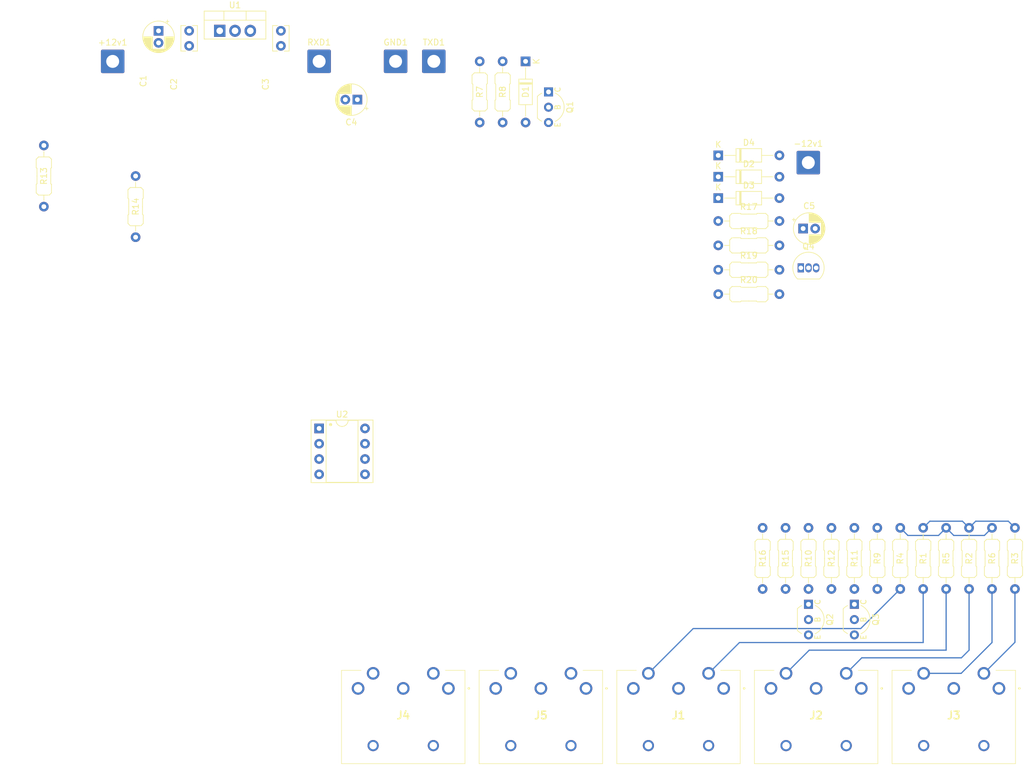
<source format=kicad_pcb>
(kicad_pcb (version 20241229) (generator "pcbnew") (generator_version "9.0")
  (layers (0 "F.Cu" signal) (2 "B.Cu" signal) (13 "F.Paste" user) (15 "B.Paste" user) (5 "F.SilkS" user "F.Silkscreen") (7 "B.SilkS" user "B.Silkscreen") (1 "F.Mask" user) (3 "B.Mask" user) (25 "Edge.Cuts" user))
  (net 0 "")
  (net 1 "Net-(D1-K)")
  (net 4 "Net-(J1-Pad5)")
  (net 5 "Net-(J1-Pad4)")
  (net 6 "Net-(J2-Pad5)")
  (net 7 "Net-(J2-Pad4)")
  (net 11 "Net-(J3-Pad5)")
  (net 12 "Net-(J3-Pad4)")
  (net 16 "Net-(J4-Pad4)")
  (net 19 "Net-(J5-Pad4)")
  (net 21 "Net-(J5-Pad5)")
  (net 22 "Net-(Q1-C)")
  (net 23 "Net-(Q3-C)")
  (net 24 "Net-(Q3-B)")
  (net 25 "Net-(Q4-B)")
  (net 26 "Net-(Q4-C)")
  (net 27 "+5V")
  (net 28 "Net-(-12v1-Pin_1)")
  (net 29 "GND")
  (net 30 "Net-(J4-PadMH1)")
  (net 31 "Net-(+12v1-Pin_1)")
  (net 32 "Net-(D2-A)")
  (net 33 "Net-(D2-K)")
  (net 34 "Net-(U2-C2)")
  (net 35 "Net-(Q2-C)")
  (net 36 "Net-(Q2-B)")
  (net 37 "Net-(Q4-E)")
  (net 38 "Net-(U2-C1)")
  (net 39 "Net-(U2-VO1)")
  (net 40 "Net-(U2-VO2)")
  (footprint "KCDX-5S-N:KCDX5SN" (layer "F.Cu") (at 111.64 127)
    (property "Reference" "J5" (at -7.5 4.475 0) (layer "F.SilkS") (effects (font (size 1.27 1.27) (thickness 0.254))))
    (property "Value" "DIN-5_180degree" (hide yes))
    (pad "1" thru_hole circle (at 0 0) (size 2.1 2.1) (drill 1.4) (layers "*.Cu" "*.Mask"))
    (pad "2" thru_hole circle (at -7.5 0) (size 2.1 2.1) (drill 1.4) (layers "*.Cu" "*.Mask") (net 29 "GND"))
    (pad "3" thru_hole circle (at -15 0) (size 2.1 2.1) (drill 1.4) (layers "*.Cu" "*.Mask"))
    (pad "4" thru_hole circle (at -2.5 -2.5) (size 2.1 2.1) (drill 1.4) (layers "*.Cu" "*.Mask") (net 19 "Net-(J5-Pad4)"))
    (pad "5" thru_hole circle (at -12.5 -2.5) (size 2.1 2.1) (drill 1.4) (layers "*.Cu" "*.Mask") (net 21 "Net-(J5-Pad5)"))
    (pad "MH1" thru_hole circle (at -2.5 9.5) (size 1.86 1.86) (drill 1.24) (layers "*.Cu" "*.Mask") (net 29 "GND"))
    (pad "MH2" thru_hole circle (at -12.5 9.5) (size 1.86 1.86) (drill 1.24) (layers "*.Cu" "*.Mask") (net 29 "GND"))
  )
  (footprint "MountingHole:MountingHole_3.2mm_M3" (layer "F.Cu") (at 106.68 17.78)
    (property "Reference" "H2" (hide yes))
    (property "Value" "MountingHole" (hide yes))
    (pad "" np_thru_hole circle (at 0 0) (size 3.2 3.2) (drill 3.2) (layers "*.Cu" "*.Mask"))
  )
  (footprint "PCM_Resistor_THT_AKL:R_Axial_DIN0207_L6.3mm_D2.5mm_P10.16mm_Horizontal" (layer "F.Cu") (at 133.6 53.42)
    (property "Reference" "R18" (at 5.08 -2.37 0) (layer "F.SilkS"))
    (property "Value" "2k2" (hide yes))
    (pad "1" thru_hole circle (at 0 0) (size 1.6 1.6) (drill 0.8) (layers "*.Cu" "*.Mask") (net 27 "+5V"))
    (pad "2" thru_hole oval (at 10.16 0) (size 1.6 1.6) (drill 0.8) (layers "*.Cu" "*.Mask") (net 25 "Net-(Q4-B)"))
  )
  (footprint "KCDX-5S-N:KCDX5SN" (layer "F.Cu") (at 180.22 127)
    (property "Reference" "J3" (at -7.5 4.475 0) (layer "F.SilkS") (effects (font (size 1.27 1.27) (thickness 0.254))))
    (property "Value" "DIN-5_180degree" (hide yes))
    (pad "1" thru_hole circle (at 0 0) (size 2.1 2.1) (drill 1.4) (layers "*.Cu" "*.Mask"))
    (pad "2" thru_hole circle (at -7.5 0) (size 2.1 2.1) (drill 1.4) (layers "*.Cu" "*.Mask") (net 29 "GND"))
    (pad "3" thru_hole circle (at -15 0) (size 2.1 2.1) (drill 1.4) (layers "*.Cu" "*.Mask"))
    (pad "4" thru_hole circle (at -2.5 -2.5) (size 2.1 2.1) (drill 1.4) (layers "*.Cu" "*.Mask") (net 12 "Net-(J3-Pad4)"))
    (pad "5" thru_hole circle (at -12.5 -2.5) (size 2.1 2.1) (drill 1.4) (layers "*.Cu" "*.Mask") (net 11 "Net-(J3-Pad5)"))
    (pad "MH1" thru_hole circle (at -2.5 9.5) (size 1.86 1.86) (drill 1.24) (layers "*.Cu" "*.Mask") (net 29 "GND"))
    (pad "MH2" thru_hole circle (at -12.5 9.5) (size 1.86 1.86) (drill 1.24) (layers "*.Cu" "*.Mask") (net 29 "GND"))
  )
  (footprint "Diode_THT:D_DO-35_SOD27_P10.16mm_Horizontal" (layer "F.Cu") (at 133.6 45.57)
    (property "Reference" "D3" (at 5.08 -2.12 0) (layer "F.SilkS"))
    (property "Value" "1N4148")
    (fp_text user "K" (at 0 -1.8 0) (layer "F.SilkS"))
    (pad "1" thru_hole rect (at 0 0) (size 1.6 1.6) (drill 0.8) (layers "*.Cu" "*.Mask") (net 28 "Net-(-12v1-Pin_1)"))
    (pad "2" thru_hole oval (at 10.16 0) (size 1.6 1.6) (drill 0.8) (layers "*.Cu" "*.Mask") (net 33 "Net-(D2-K)"))
  )
  (footprint "Diode_THT:D_DO-35_SOD27_P10.16mm_Horizontal" (layer "F.Cu") (at 133.6 38.47)
    (property "Reference" "D4" (at 5.08 -2.12 0) (layer "F.SilkS"))
    (property "Value" "1N4148")
    (fp_text user "K" (at 0 -1.8 0) (layer "F.SilkS"))
    (pad "1" thru_hole rect (at 0 0) (size 1.6 1.6) (drill 0.8) (layers "*.Cu" "*.Mask") (net 29 "GND"))
    (pad "2" thru_hole oval (at 10.16 0) (size 1.6 1.6) (drill 0.8) (layers "*.Cu" "*.Mask") (net 33 "Net-(D2-K)"))
  )
  (footprint "PCM_Resistor_THT_AKL:R_Axial_DIN0207_L6.3mm_D2.5mm_P10.16mm_Horizontal" (layer "F.Cu") (at 163.83 110.49 90)
    (property "Reference" "R4" (at 5.08 0 90) (layer "F.SilkS"))
    (property "Value" "220R" (hide yes))
    (pad "1" thru_hole circle (at 0 0 90) (size 1.6 1.6) (drill 0.8) (layers "*.Cu" "*.Mask") (net 4 "Net-(J1-Pad5)"))
    (pad "2" thru_hole oval (at 10.16 0 90) (size 1.6 1.6) (drill 0.8) (layers "*.Cu" "*.Mask") (net 22 "Net-(Q1-C)"))
  )
  (footprint "Connector_Wire:SolderWire-1.5sqmm_1x01_D1.7mm_OD3.9mm" (layer "F.Cu") (at 33.02 22.86)
    (property "Reference" "+12v1" (at 0 -3.15 0) (layer "F.SilkS"))
    (property "Value" "Conn_01x01")
    (pad "1" thru_hole roundrect (at 0 0) (size 3.9 3.9) (drill 2.15) (layers "*.Cu" "*.Mask") (roundrect_rratio 0.064103) (net 31 "Net-(+12v1-Pin_1)"))
  )
  (footprint "Package_TO_SOT_THT:TO-220-3_Vertical" (layer "F.Cu") (at 50.8 17.78)
    (property "Reference" "U1" (at 2.54 -4.27 0) (layer "F.SilkS"))
    (property "Value" "L7805")
    (pad "1" thru_hole rect (at 0 0) (size 1.905 2) (drill 1.1) (layers "*.Cu" "*.Mask") (net 31 "Net-(+12v1-Pin_1)"))
    (pad "2" thru_hole oval (at 2.54 0) (size 1.905 2) (drill 1.1) (layers "*.Cu" "*.Mask") (net 29 "GND"))
    (pad "3" thru_hole oval (at 5.08 0) (size 1.905 2) (drill 1.1) (layers "*.Cu" "*.Mask") (net 27 "+5V"))
  )
  (footprint "PCM_Package_TO_SOT_THT_AKL:TO-92_Inline_Wide_CBE" (layer "F.Cu") (at 148.59 113.03 -90)
    (property "Reference" "Q2" (at 2.54 -3.56 90) (layer "F.SilkS"))
    (property "Value" "BC547" (hide yes))
    (fp_text user "B" (at 2.54 -1.524 90) (layer "F.SilkS") (effects (font (size 0.9 0.9))))
    (fp_text user "E" (at 5.461 -1.524 90) (layer "F.SilkS") (effects (font (size 0.9 0.9))))
    (fp_text user "C" (at -0.381 -1.524 90) (layer "F.SilkS") (effects (font (size 0.9 0.9))))
    (pad "1" thru_hole rect (at 0 0) (size 1.5 1.5) (drill 0.8) (layers "*.Cu" "*.Mask") (net 35 "Net-(Q2-C)"))
    (pad "2" thru_hole circle (at 2.54 0) (size 1.5 1.5) (drill 0.8) (layers "*.Cu" "*.Mask") (net 36 "Net-(Q2-B)"))
    (pad "3" thru_hole circle (at 5.08 0) (size 1.5 1.5) (drill 0.8) (layers "*.Cu" "*.Mask") (net 29 "GND"))
  )
  (footprint "PCM_Resistor_THT_AKL:R_Axial_DIN0207_L6.3mm_D2.5mm_P10.16mm_Horizontal" (layer "F.Cu") (at 156.21 110.49 90)
    (property "Reference" "R11" (at 5.08 0 90) (layer "F.SilkS"))
    (property "Value" "220R" (hide yes))
    (pad "1" thru_hole circle (at 0 0 90) (size 1.6 1.6) (drill 0.8) (layers "*.Cu" "*.Mask") (net 23 "Net-(Q3-C)"))
    (pad "2" thru_hole oval (at 10.16 0 90) (size 1.6 1.6) (drill 0.8) (layers "*.Cu" "*.Mask") (net 21 "Net-(J5-Pad5)"))
  )
  (footprint "Capacitor_THT:CP_Radial_D5.0mm_P2.00mm" (layer "F.Cu") (at 73.66 29.21 180)
    (property "Reference" "C4" (at 1 -3.75 0) (layer "F.SilkS"))
    (property "Value" "10µ 25v")
    (pad "1" thru_hole rect (at 0 0 180) (size 1.6 1.6) (drill 0.8) (layers "*.Cu" "*.Mask") (net 27 "+5V"))
    (pad "2" thru_hole circle (at 2 0 180) (size 1.6 1.6) (drill 0.8) (layers "*.Cu" "*.Mask") (net 29 "GND"))
  )
  (footprint "PCM_Resistor_THT_AKL:R_Axial_DIN0207_L6.3mm_D2.5mm_P10.16mm_Horizontal" (layer "F.Cu") (at 93.98 33.01 90)
    (property "Reference" "R7" (at 5.08 0 90) (layer "F.SilkS"))
    (property "Value" "5k6" (hide yes))
    (pad "1" thru_hole circle (at 0 0 90) (size 1.6 1.6) (drill 0.8) (layers "*.Cu" "*.Mask") (net 1 "Net-(D1-K)"))
    (pad "2" thru_hole oval (at 10.16 0 90) (size 1.6 1.6) (drill 0.8) (layers "*.Cu" "*.Mask") (net 32 "Net-(D2-A)"))
  )
  (footprint "PCM_Resistor_THT_AKL:R_Axial_DIN0207_L6.3mm_D2.5mm_P10.16mm_Horizontal" (layer "F.Cu") (at 167.64 100.33 -90)
    (property "Reference" "R1" (at 5.08 0 270) (layer "F.SilkS"))
    (property "Value" "220R" (hide yes))
    (pad "1" thru_hole circle (at 0 0 270) (size 1.6 1.6) (drill 0.8) (layers "*.Cu" "*.Mask") (net 27 "+5V"))
    (pad "2" thru_hole oval (at 10.16 0 270) (size 1.6 1.6) (drill 0.8) (layers "*.Cu" "*.Mask") (net 5 "Net-(J1-Pad4)"))
  )
  (footprint "PCM_Resistor_THT_AKL:R_Axial_DIN0207_L6.3mm_D2.5mm_P10.16mm_Horizontal" (layer "F.Cu") (at 179.07 110.49 90)
    (property "Reference" "R6" (at 5.08 0 90) (layer "F.SilkS"))
    (property "Value" "220R" (hide yes))
    (pad "1" thru_hole circle (at 0 0 90) (size 1.6 1.6) (drill 0.8) (layers "*.Cu" "*.Mask") (net 11 "Net-(J3-Pad5)"))
    (pad "2" thru_hole oval (at 10.16 0 90) (size 1.6 1.6) (drill 0.8) (layers "*.Cu" "*.Mask") (net 22 "Net-(Q1-C)"))
  )
  (footprint "Capacitor_THT:C_Rect_L4.0mm_W2.5mm_P2.50mm" (layer "F.Cu") (at 45.72 17.78 -90)
    (property "Reference" "C2" (at 8.89 2.54 90) (layer "F.SilkS"))
    (property "Value" "100nF")
    (pad "1" thru_hole circle (at 0 0 270) (size 1.6 1.6) (drill 0.8) (layers "*.Cu" "*.Mask") (net 31 "Net-(+12v1-Pin_1)"))
    (pad "2" thru_hole circle (at 2.5 0 270) (size 1.6 1.6) (drill 0.8) (layers "*.Cu" "*.Mask") (net 29 "GND"))
  )
  (footprint "PCM_Resistor_THT_AKL:R_Axial_DIN0207_L6.3mm_D2.5mm_P10.16mm_Horizontal" (layer "F.Cu") (at 182.88 100.33 -90)
    (property "Reference" "R3" (at 5.08 0 270) (layer "F.SilkS"))
    (property "Value" "220R" (hide yes))
    (pad "1" thru_hole circle (at 0 0 270) (size 1.6 1.6) (drill 0.8) (layers "*.Cu" "*.Mask") (net 27 "+5V"))
    (pad "2" thru_hole oval (at 10.16 0 270) (size 1.6 1.6) (drill 0.8) (layers "*.Cu" "*.Mask") (net 12 "Net-(J3-Pad4)"))
  )
  (footprint "Capacitor_THT:C_Rect_L4.0mm_W2.5mm_P2.50mm" (layer "F.Cu") (at 60.96 17.78 -90)
    (property "Reference" "C3" (at 8.89 2.54 90) (layer "F.SilkS"))
    (property "Value" "100nF")
    (pad "1" thru_hole circle (at 0 0 270) (size 1.6 1.6) (drill 0.8) (layers "*.Cu" "*.Mask") (net 27 "+5V"))
    (pad "2" thru_hole circle (at 2.5 0 270) (size 1.6 1.6) (drill 0.8) (layers "*.Cu" "*.Mask") (net 29 "GND"))
  )
  (footprint "Diode_THT:D_DO-35_SOD27_P10.16mm_Horizontal" (layer "F.Cu") (at 101.6 22.85 -90)
    (property "Reference" "D1" (at 5.08 0 270) (layer "F.SilkS"))
    (property "Value" "1N4148")
    (fp_text user "K" (at 0 -1.8 270) (layer "F.SilkS"))
    (pad "1" thru_hole rect (at 0 0 270) (size 1.6 1.6) (drill 0.8) (layers "*.Cu" "*.Mask") (net 1 "Net-(D1-K)"))
    (pad "2" thru_hole oval (at 10.16 0 270) (size 1.6 1.6) (drill 0.8) (layers "*.Cu" "*.Mask") (net 29 "GND"))
  )
  (footprint "PCM_Package_TO_SOT_THT_AKL:TO-92_Inline_Wide_CBE" (layer "F.Cu") (at 105.41 27.93 -90)
    (property "Reference" "Q1" (at 2.54 -3.56 90) (layer "F.SilkS"))
    (property "Value" "BC547" (hide yes))
    (fp_text user "B" (at 2.54 -1.524 90) (layer "F.SilkS") (effects (font (size 0.9 0.9))))
    (fp_text user "C" (at -0.381 -1.524 90) (layer "F.SilkS") (effects (font (size 0.9 0.9))))
    (fp_text user "E" (at 5.461 -1.524 90) (layer "F.SilkS") (effects (font (size 0.9 0.9))))
    (pad "1" thru_hole rect (at 0 0) (size 1.5 1.5) (drill 0.8) (layers "*.Cu" "*.Mask") (net 22 "Net-(Q1-C)"))
    (pad "2" thru_hole circle (at 2.54 0) (size 1.5 1.5) (drill 0.8) (layers "*.Cu" "*.Mask") (net 1 "Net-(D1-K)"))
    (pad "3" thru_hole circle (at 5.08 0) (size 1.5 1.5) (drill 0.8) (layers "*.Cu" "*.Mask") (net 29 "GND"))
  )
  (footprint "Connector_Wire:SolderWire-1.5sqmm_1x01_D1.7mm_OD3.9mm" (layer "F.Cu") (at 86.36 22.85)
    (property "Reference" "TXD1" (at 0 -3.15 0) (layer "F.SilkS"))
    (property "Value" "Conn_01x01")
    (pad "1" thru_hole roundrect (at 0 0) (size 3.9 3.9) (drill 2.15) (layers "*.Cu" "*.Mask") (roundrect_rratio 0.064103) (net 32 "Net-(D2-A)"))
  )
  (footprint "PCM_Resistor_THT_AKL:R_Axial_DIN0207_L6.3mm_D2.5mm_P10.16mm_Horizontal" (layer "F.Cu") (at 21.59 36.82 -90)
    (property "Reference" "R13" (at 5.08 0 90) (layer "F.SilkS"))
    (property "Value" "220R" (hide yes))
    (pad "1" thru_hole circle (at 0 0 270) (size 1.6 1.6) (drill 0.8) (layers "*.Cu" "*.Mask") (net 38 "Net-(U2-C1)"))
    (pad "2" thru_hole oval (at 10.16 0 270) (size 1.6 1.6) (drill 0.8) (layers "*.Cu" "*.Mask") (net 16 "Net-(J4-Pad4)"))
  )
  (footprint "Connector_Wire:SolderWire-1.5sqmm_1x01_D1.7mm_OD3.9mm" (layer "F.Cu") (at 80.01 22.85)
    (property "Reference" "GND1" (at 0 -3.15 0) (layer "F.SilkS"))
    (property "Value" "Conn_01x01")
    (pad "1" thru_hole roundrect (at 0 0) (size 3.9 3.9) (drill 2.15) (layers "*.Cu" "*.Mask") (roundrect_rratio 0.064103) (net 29 "GND"))
  )
  (footprint "PCM_Resistor_THT_AKL:R_Axial_DIN0207_L6.3mm_D2.5mm_P10.16mm_Horizontal" (layer "F.Cu") (at 148.59 100.33 -90)
    (property "Reference" "R10" (at 5.08 0 270) (layer "F.SilkS"))
    (property "Value" "3k9" (hide yes))
    (pad "1" thru_hole circle (at 0 0 270) (size 1.6 1.6) (drill 0.8) (layers "*.Cu" "*.Mask") (net 27 "+5V"))
    (pad "2" thru_hole oval (at 10.16 0 270) (size 1.6 1.6) (drill 0.8) (layers "*.Cu" "*.Mask") (net 35 "Net-(Q2-C)"))
  )
  (footprint "MountingHole:MountingHole_3.2mm_M3" (layer "F.Cu") (at 106.68 66.04)
    (property "Reference" "H4" (hide yes))
    (property "Value" "MountingHole" (hide yes))
    (pad "" np_thru_hole circle (at 0 0) (size 3.2 3.2) (drill 3.2) (layers "*.Cu" "*.Mask"))
  )
  (footprint "Connector_Wire:SolderWire-1.5sqmm_1x01_D1.7mm_OD3.9mm" (layer "F.Cu") (at 148.56 39.67)
    (property "Reference" "-12v1" (at 0 -3.15 0) (layer "F.SilkS"))
    (property "Value" "Conn_01x01")
    (pad "1" thru_hole roundrect (at 0 0) (size 3.9 3.9) (drill 2.15) (layers "*.Cu" "*.Mask") (roundrect_rratio 0.064103) (net 28 "Net-(-12v1-Pin_1)"))
  )
  (footprint "Capacitor_THT:CP_Radial_D5.0mm_P2.00mm" (layer "F.Cu") (at 147.699775 50.62)
    (property "Reference" "C5" (at 1 -3.75 0) (layer "F.SilkS"))
    (property "Value" "10µ 25v")
    (pad "1" thru_hole rect (at 0 0) (size 1.6 1.6) (drill 0.8) (layers "*.Cu" "*.Mask") (net 29 "GND"))
    (pad "2" thru_hole circle (at 2 0) (size 1.6 1.6) (drill 0.8) (layers "*.Cu" "*.Mask") (net 33 "Net-(D2-K)"))
  )
  (footprint "PCM_Resistor_THT_AKL:R_Axial_DIN0207_L6.3mm_D2.5mm_P10.16mm_Horizontal" (layer "F.Cu") (at 152.4 100.33 -90)
    (property "Reference" "R12" (at 5.08 0 90) (layer "F.SilkS"))
    (property "Value" "4k7" (hide yes))
    (pad "1" thru_hole circle (at 0 0 270) (size 1.6 1.6) (drill 0.8) (layers "*.Cu" "*.Mask") (net 35 "Net-(Q2-C)"))
    (pad "2" thru_hole oval (at 10.16 0 270) (size 1.6 1.6) (drill 0.8) (layers "*.Cu" "*.Mask") (net 24 "Net-(Q3-B)"))
  )
  (footprint "PCM_Resistor_THT_AKL:R_Axial_DIN0207_L6.3mm_D2.5mm_P10.16mm_Horizontal" (layer "F.Cu") (at 97.79 22.85 -90)
    (property "Reference" "R8" (at 5.08 0 270) (layer "F.SilkS"))
    (property "Value" "1k8" (hide yes))
    (pad "1" thru_hole circle (at 0 0 270) (size 1.6 1.6) (drill 0.8) (layers "*.Cu" "*.Mask") (net 1 "Net-(D1-K)"))
    (pad "2" thru_hole oval (at 10.16 0 270) (size 1.6 1.6) (drill 0.8) (layers "*.Cu" "*.Mask") (net 29 "GND"))
  )
  (footprint "PCM_Resistor_THT_AKL:R_Axial_DIN0207_L6.3mm_D2.5mm_P10.16mm_Horizontal" (layer "F.Cu") (at 171.45 110.49 90)
    (property "Reference" "R5" (at 5.08 0 90) (layer "F.SilkS"))
    (property "Value" "220R" (hide yes))
    (pad "1" thru_hole circle (at 0 0 90) (size 1.6 1.6) (drill 0.8) (layers "*.Cu" "*.Mask") (net 6 "Net-(J2-Pad5)"))
    (pad "2" thru_hole oval (at 10.16 0 90) (size 1.6 1.6) (drill 0.8) (layers "*.Cu" "*.Mask") (net 22 "Net-(Q1-C)"))
  )
  (footprint "PCM_Resistor_THT_AKL:R_Axial_DIN0207_L6.3mm_D2.5mm_P10.16mm_Horizontal" (layer "F.Cu") (at 133.6 49.37)
    (property "Reference" "R17" (at 5.08 -2.37 0) (layer "F.SilkS"))
    (property "Value" "82R" (hide yes))
    (pad "1" thru_hole circle (at 0 0) (size 1.6 1.6) (drill 0.8) (layers "*.Cu" "*.Mask") (net 27 "+5V"))
    (pad "2" thru_hole oval (at 10.16 0) (size 1.6 1.6) (drill 0.8) (layers "*.Cu" "*.Mask") (net 37 "Net-(Q4-E)"))
  )
  (footprint "Package_TO_SOT_THT:TO-92_Inline" (layer "F.Cu") (at 147.32 57.15)
    (property "Reference" "Q4" (at 1.27 -3.56 0) (layer "F.SilkS"))
    (property "Value" "BC557")
    (pad "1" thru_hole rect (at 0 0) (size 1.05 1.5) (drill 0.75) (layers "*.Cu" "*.Mask") (net 26 "Net-(Q4-C)"))
    (pad "2" thru_hole oval (at 1.27 0) (size 1.05 1.5) (drill 0.75) (layers "*.Cu" "*.Mask") (net 25 "Net-(Q4-B)"))
    (pad "3" thru_hole oval (at 2.54 0) (size 1.05 1.5) (drill 0.75) (layers "*.Cu" "*.Mask") (net 37 "Net-(Q4-E)"))
  )
  (footprint "PCM_Resistor_THT_AKL:R_Axial_DIN0207_L6.3mm_D2.5mm_P10.16mm_Horizontal" (layer "F.Cu") (at 175.26 100.33 -90)
    (property "Reference" "R2" (at 5.08 0 90) (layer "F.SilkS"))
    (property "Value" "220R" (hide yes))
    (pad "1" thru_hole circle (at 0 0 270) (size 1.6 1.6) (drill 0.8) (layers "*.Cu" "*.Mask") (net 27 "+5V"))
    (pad "2" thru_hole oval (at 10.16 0 270) (size 1.6 1.6) (drill 0.8) (layers "*.Cu" "*.Mask") (net 7 "Net-(J2-Pad4)"))
  )
  (footprint "Connector_Wire:SolderWire-1.5sqmm_1x01_D1.7mm_OD3.9mm" (layer "F.Cu") (at 67.31 22.85)
    (property "Reference" "RXD1" (at 0 -3.15 0) (layer "F.SilkS"))
    (property "Value" "Conn_01x01")
    (pad "1" thru_hole roundrect (at 0 0) (size 3.9 3.9) (drill 2.15) (layers "*.Cu" "*.Mask") (roundrect_rratio 0.064103) (net 26 "Net-(Q4-C)"))
  )
  (footprint "KCDX-5S-N:KCDX5SN" (layer "F.Cu") (at 88.78 127)
    (property "Reference" "J4" (at -7.5 4.475 0) (layer "F.SilkS") (effects (font (size 1.27 1.27) (thickness 0.254))))
    (property "Value" "DIN-5_180degree" (hide yes))
    (pad "1" thru_hole circle (at 0 0) (size 2.1 2.1) (drill 1.4) (layers "*.Cu" "*.Mask"))
    (pad "2" thru_hole circle (at -7.5 0) (size 2.1 2.1) (drill 1.4) (layers "*.Cu" "*.Mask"))
    (pad "3" thru_hole circle (at -15 0) (size 2.1 2.1) (drill 1.4) (layers "*.Cu" "*.Mask"))
    (pad "4" thru_hole circle (at -2.5 -2.5) (size 2.1 2.1) (drill 1.4) (layers "*.Cu" "*.Mask") (net 16 "Net-(J4-Pad4)"))
    (pad "5" thru_hole circle (at -12.5 -2.5) (size 2.1 2.1) (drill 1.4) (layers "*.Cu" "*.Mask") (net 34 "Net-(U2-C2)"))
    (pad "MH1" thru_hole circle (at -2.5 9.5) (size 1.86 1.86) (drill 1.24) (layers "*.Cu" "*.Mask") (net 30 "Net-(J4-PadMH1)"))
    (pad "MH2" thru_hole circle (at -12.5 9.5) (size 1.86 1.86) (drill 1.24) (layers "*.Cu" "*.Mask") (net 30 "Net-(J4-PadMH1)"))
  )
  (footprint "PCM_Resistor_THT_AKL:R_Axial_DIN0207_L6.3mm_D2.5mm_P10.16mm_Horizontal" (layer "F.Cu") (at 140.97 110.49 90)
    (property "Reference" "R16" (at 5.08 0 90) (layer "F.SilkS"))
    (property "Value" "3k9" (hide yes))
    (pad "1" thru_hole circle (at 0 0 90) (size 1.6 1.6) (drill 0.8) (layers "*.Cu" "*.Mask") (net 36 "Net-(Q2-B)"))
    (pad "2" thru_hole oval (at 10.16 0 90) (size 1.6 1.6) (drill 0.8) (layers "*.Cu" "*.Mask") (net 29 "GND"))
  )
  (footprint "Diode_THT:D_DO-35_SOD27_P10.16mm_Horizontal" (layer "F.Cu") (at 133.6 42.02)
    (property "Reference" "D2" (at 5.08 -2.12 0) (layer "F.SilkS"))
    (property "Value" "1N4148")
    (fp_text user "K" (at 0 -1.8 0) (layer "F.SilkS"))
    (pad "1" thru_hole rect (at 0 0) (size 1.6 1.6) (drill 0.8) (layers "*.Cu" "*.Mask") (net 33 "Net-(D2-K)"))
    (pad "2" thru_hole oval (at 10.16 0) (size 1.6 1.6) (drill 0.8) (layers "*.Cu" "*.Mask") (net 32 "Net-(D2-A)"))
  )
  (footprint "PCM_Resistor_THT_AKL:R_Axial_DIN0207_L6.3mm_D2.5mm_P10.16mm_Horizontal" (layer "F.Cu") (at 133.6 61.52)
    (property "Reference" "R20" (at 5.08 -2.37 0) (layer "F.SilkS"))
    (property "Value" "1k8" (hide yes))
    (pad "1" thru_hole circle (at 0 0) (size 1.6 1.6) (drill 0.8) (layers "*.Cu" "*.Mask") (net 26 "Net-(Q4-C)"))
    (pad "2" thru_hole oval (at 10.16 0) (size 1.6 1.6) (drill 0.8) (layers "*.Cu" "*.Mask") (net 33 "Net-(D2-K)"))
  )
  (footprint "PCM_Package_TO_SOT_THT_AKL:TO-92_Inline_Wide_CBE" (layer "F.Cu") (at 156.21 113.03 -90)
    (property "Reference" "Q3" (at 2.54 -3.56 90) (layer "F.SilkS"))
    (property "Value" "BC547" (hide yes))
    (fp_text user "C" (at -0.381 -1.524 90) (layer "F.SilkS") (effects (font (size 0.9 0.9))))
    (fp_text user "E" (at 5.461 -1.524 90) (layer "F.SilkS") (effects (font (size 0.9 0.9))))
    (fp_text user "B" (at 2.54 -1.524 90) (layer "F.SilkS") (effects (font (size 0.9 0.9))))
    (pad "1" thru_hole rect (at 0 0) (size 1.5 1.5) (drill 0.8) (layers "*.Cu" "*.Mask") (net 23 "Net-(Q3-C)"))
    (pad "2" thru_hole circle (at 2.54 0) (size 1.5 1.5) (drill 0.8) (layers "*.Cu" "*.Mask") (net 24 "Net-(Q3-B)"))
    (pad "3" thru_hole circle (at 5.08 0) (size 1.5 1.5) (drill 0.8) (layers "*.Cu" "*.Mask") (net 29 "GND"))
  )
  (footprint "KCDX-5S-N:KCDX5SN" (layer "F.Cu") (at 134.5 127)
    (property "Reference" "J1" (at -7.5 4.475 0) (layer "F.SilkS") (effects (font (size 1.27 1.27) (thickness 0.254))))
    (property "Value" "DIN-5_180degree" (hide yes))
    (pad "1" thru_hole circle (at 0 0) (size 2.1 2.1) (drill 1.4) (layers "*.Cu" "*.Mask"))
    (pad "2" thru_hole circle (at -7.5 0) (size 2.1 2.1) (drill 1.4) (layers "*.Cu" "*.Mask") (net 29 "GND"))
    (pad "3" thru_hole circle (at -15 0) (size 2.1 2.1) (drill 1.4) (layers "*.Cu" "*.Mask"))
    (pad "4" thru_hole circle (at -2.5 -2.5) (size 2.1 2.1) (drill 1.4) (layers "*.Cu" "*.Mask") (net 5 "Net-(J1-Pad4)"))
    (pad "5" thru_hole circle (at -12.5 -2.5) (size 2.1 2.1) (drill 1.4) (layers "*.Cu" "*.Mask") (net 4 "Net-(J1-Pad5)"))
    (pad "MH1" thru_hole circle (at -2.5 9.5) (size 1.86 1.86) (drill 1.24) (layers "*.Cu" "*.Mask") (net 29 "GND"))
    (pad "MH2" thru_hole circle (at -12.5 9.5) (size 1.86 1.86) (drill 1.24) (layers "*.Cu" "*.Mask") (net 29 "GND"))
  )
  (footprint "PCM_Resistor_THT_AKL:R_Axial_DIN0207_L6.3mm_D2.5mm_P10.16mm_Horizontal" (layer "F.Cu") (at 160.02 100.33 -90)
    (property "Reference" "R9" (at 5.08 0 270) (layer "F.SilkS"))
    (property "Value" "220R" (hide yes))
    (pad "1" thru_hole circle (at 0 0 270) (size 1.6 1.6) (drill 0.8) (layers "*.Cu" "*.Mask") (net 27 "+5V"))
    (pad "2" thru_hole oval (at 10.16 0 270) (size 1.6 1.6) (drill 0.8) (layers "*.Cu" "*.Mask") (net 19 "Net-(J5-Pad4)"))
  )
  (footprint "Capacitor_THT:CP_Radial_D5.0mm_P2.00mm" (layer "F.Cu") (at 40.64 17.78 -90)
    (property "Reference" "C1" (at 8.35 2.54 90) (layer "F.SilkS"))
    (property "Value" "10µ 25v")
    (pad "1" thru_hole rect (at 0 0 270) (size 1.6 1.6) (drill 0.8) (layers "*.Cu" "*.Mask") (net 31 "Net-(+12v1-Pin_1)"))
    (pad "2" thru_hole circle (at 2 0 270) (size 1.6 1.6) (drill 0.8) (layers "*.Cu" "*.Mask") (net 29 "GND"))
  )
  (footprint "MountingHole:MountingHole_3.2mm_M3" (layer "F.Cu") (at 17.78 17.78)
    (property "Reference" "H1" (hide yes))
    (property "Value" "MountingHole" (hide yes))
    (pad "" np_thru_hole circle (at 0 0) (size 3.2 3.2) (drill 3.2) (layers "*.Cu" "*.Mask"))
  )
  (footprint "PCM_Package_DIP_AKL:DIP-8_W7.62mm_Socket" (layer "F.Cu") (at 67.31 83.82)
    (property "Reference" "U2" (at 3.81 -2.33 0) (layer "F.SilkS"))
    (property "Value" "6N138" (hide yes))
    (pad "1" thru_hole rect (at 0 0) (size 1.6 1.6) (drill 0.8) (layers "*.Cu" "*.Mask"))
    (pad "2" thru_hole oval (at 0 2.54) (size 1.6 1.6) (drill 0.8) (layers "*.Cu" "*.Mask") (net 38 "Net-(U2-C1)"))
    (pad "3" thru_hole oval (at 0 5.08) (size 1.6 1.6) (drill 0.8) (layers "*.Cu" "*.Mask") (net 34 "Net-(U2-C2)"))
    (pad "4" thru_hole oval (at 0 7.62) (size 1.6 1.6) (drill 0.8) (layers "*.Cu" "*.Mask"))
    (pad "5" thru_hole oval (at 7.62 7.62) (size 1.6 1.6) (drill 0.8) (layers "*.Cu" "*.Mask") (net 29 "GND"))
    (pad "6" thru_hole oval (at 7.62 5.08) (size 1.6 1.6) (drill 0.8) (layers "*.Cu" "*.Mask") (net 40 "Net-(U2-VO2)"))
    (pad "7" thru_hole oval (at 7.62 2.54) (size 1.6 1.6) (drill 0.8) (layers "*.Cu" "*.Mask") (net 39 "Net-(U2-VO1)"))
    (pad "8" thru_hole oval (at 7.62 0) (size 1.6 1.6) (drill 0.8) (layers "*.Cu" "*.Mask") (net 27 "+5V"))
  )
  (footprint "PCM_Resistor_THT_AKL:R_Axial_DIN0207_L6.3mm_D2.5mm_P10.16mm_Horizontal" (layer "F.Cu") (at 144.78 110.49 90)
    (property "Reference" "R15" (at 5.08 0 90) (layer "F.SilkS"))
    (property "Value" "12k" (hide yes))
    (pad "1" thru_hole circle (at 0 0 90) (size 1.6 1.6) (drill 0.8) (layers "*.Cu" "*.Mask") (net 36 "Net-(Q2-B)"))
    (pad "2" thru_hole oval (at 10.16 0 90) (size 1.6 1.6) (drill 0.8) (layers "*.Cu" "*.Mask") (net 40 "Net-(U2-VO2)"))
  )
  (footprint "PCM_Resistor_THT_AKL:R_Axial_DIN0207_L6.3mm_D2.5mm_P10.16mm_Horizontal" (layer "F.Cu") (at 133.6 57.47)
    (property "Reference" "R19" (at 5.08 -2.37 0) (layer "F.SilkS"))
    (property "Value" "2k7" (hide yes))
    (pad "1" thru_hole circle (at 0 0) (size 1.6 1.6) (drill 0.8) (layers "*.Cu" "*.Mask") (net 25 "Net-(Q4-B)"))
    (pad "2" thru_hole oval (at 10.16 0) (size 1.6 1.6) (drill 0.8) (layers "*.Cu" "*.Mask") (net 40 "Net-(U2-VO2)"))
  )
  (footprint "PCM_Resistor_THT_AKL:R_Axial_DIN0207_L6.3mm_D2.5mm_P10.16mm_Horizontal" (layer "F.Cu") (at 36.83 41.9 -90)
    (property "Reference" "R14" (at 5.08 0 90) (layer "F.SilkS"))
    (property "Value" "1k" (hide yes))
    (pad "1" thru_hole circle (at 0 0 270) (size 1.6 1.6) (drill 0.8) (layers "*.Cu" "*.Mask") (net 39 "Net-(U2-VO1)"))
    (pad "2" thru_hole oval (at 10.16 0 270) (size 1.6 1.6) (drill 0.8) (layers "*.Cu" "*.Mask") (net 29 "GND"))
  )
  (footprint "KCDX-5S-N:KCDX5SN" (layer "F.Cu") (at 157.36 127)
    (property "Reference" "J2" (at -7.5 4.475 0) (layer "F.SilkS") (effects (font (size 1.27 1.27) (thickness 0.254))))
    (property "Value" "DIN-5_180degree" (hide yes))
    (pad "1" thru_hole circle (at 0 0) (size 2.1 2.1) (drill 1.4) (layers "*.Cu" "*.Mask"))
    (pad "2" thru_hole circle (at -7.5 0) (size 2.1 2.1) (drill 1.4) (layers "*.Cu" "*.Mask") (net 29 "GND"))
    (pad "3" thru_hole circle (at -15 0) (size 2.1 2.1) (drill 1.4) (layers "*.Cu" "*.Mask"))
    (pad "4" thru_hole circle (at -2.5 -2.5) (size 2.1 2.1) (drill 1.4) (layers "*.Cu" "*.Mask") (net 7 "Net-(J2-Pad4)"))
    (pad "5" thru_hole circle (at -12.5 -2.5) (size 2.1 2.1) (drill 1.4) (layers "*.Cu" "*.Mask") (net 6 "Net-(J2-Pad5)"))
    (pad "MH1" thru_hole circle (at -2.5 9.5) (size 1.86 1.86) (drill 1.24) (layers "*.Cu" "*.Mask") (net 29 "GND"))
    (pad "MH2" thru_hole circle (at -12.5 9.5) (size 1.86 1.86) (drill 1.24) (layers "*.Cu" "*.Mask") (net 29 "GND"))
  )
  (footprint "MountingHole:MountingHole_3.2mm_M3" (layer "F.Cu") (at 39.37 87.63)
    (property "Reference" "H3" (hide yes))
    (property "Value" "MountingHole" (hide yes))
    (pad "" np_thru_hole circle (at 0 0) (size 3.2 3.2) (drill 3.2) (layers "*.Cu" "*.Mask"))
  )
  (segment (start 157.261 117.059) (end 129.441 117.059) (width 0.2) (layer "B.Cu") (net 4))
  (segment (start 163.83 110.49) (end 157.261 117.059) (width 0.2) (layer "B.Cu") (net 4))
  (segment (start 129.441 117.059) (end 122 124.5) (width 0.2) (layer "B.Cu") (net 4))
  (segment (start 132 124.5) (end 137.12 119.38) (width 0.2) (layer "B.Cu") (net 5))
  (segment (start 137.12 119.38) (end 167.64 119.38) (width 0.2) (layer "B.Cu") (net 5))
  (segment (start 167.64 119.38) (end 167.64 110.49) (width 0.2) (layer "B.Cu") (net 5))
  (segment (start 171.45 110.49) (end 171.45 120.65) (width 0.2) (layer "B.Cu") (net 6))
  (segment (start 144.86 124.5) (end 148.71 120.65) (width 0.2) (layer "B.Cu") (net 6))
  (segment (start 148.71 120.65) (end 171.45 120.65) (width 0.2) (layer "B.Cu") (net 6))
  (segment (start 157.44 121.92) (end 173.99 121.92) (width 0.2) (layer "B.Cu") (net 7))
  (segment (start 175.26 120.65) (end 175.26 110.49) (width 0.2) (layer "B.Cu") (net 7))
  (segment (start 154.86 124.5) (end 157.44 121.92) (width 0.2) (layer "B.Cu") (net 7))
  (segment (start 173.99 121.92) (end 175.26 120.65) (width 0.2) (layer "B.Cu") (net 7))
  (segment (start 167.72 124.5) (end 173.95 124.5) (width 0.2) (layer "B.Cu") (net 11))
  (segment (start 179.07 119.38) (end 179.07 110.49) (width 0.2) (layer "B.Cu") (net 11))
  (segment (start 173.95 124.5) (end 179.07 119.38) (width 0.2) (layer "B.Cu") (net 11))
  (segment (start 182.88 119.34) (end 182.88 110.49) (width 0.2) (layer "B.Cu") (net 12))
  (segment (start 177.72 124.5) (end 182.88 119.34) (width 0.2) (layer "B.Cu") (net 12))
  (segment (start 171.45 100.33) (end 172.72 101.6) (width 0.2) (layer "B.Cu") (net 22))
  (segment (start 170.18 101.6) (end 171.45 100.33) (width 0.2) (layer "B.Cu") (net 22))
  (segment (start 177.8 101.6) (end 179.07 100.33) (width 0.2) (layer "B.Cu") (net 22))
  (segment (start 165.1 101.6) (end 170.18 101.6) (width 0.2) (layer "B.Cu") (net 22))
  (segment (start 172.72 101.6) (end 177.8 101.6) (width 0.2) (layer "B.Cu") (net 22))
  (segment (start 163.83 100.33) (end 165.1 101.6) (width 0.2) (layer "B.Cu") (net 22))
  (segment (start 175.26 100.33) (end 176.361 99.229) (width 0.2) (layer "B.Cu") (net 27))
  (segment (start 167.64 100.33) (end 168.741 99.229) (width 0.2) (layer "B.Cu") (net 27))
  (segment (start 174.159 99.229) (end 175.26 100.33) (width 0.2) (layer "B.Cu") (net 27))
  (segment (start 176.361 99.229) (end 181.779 99.229) (width 0.2) (layer "B.Cu") (net 27))
  (segment (start 181.779 99.229) (end 182.88 100.33) (width 0.2) (layer "B.Cu") (net 27))
  (segment (start 168.741 99.229) (end 174.159 99.229) (width 0.2) (layer "B.Cu") (net 27))
)
</source>
